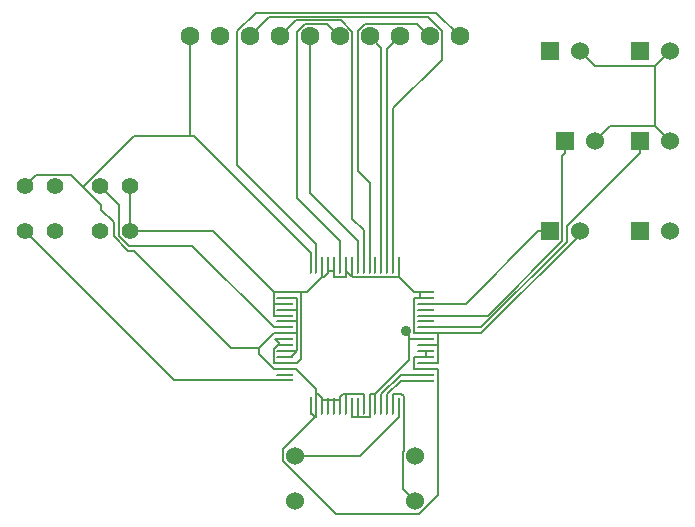
<source format=gtl>
G04 (created by PCBNEW (2013-07-07 BZR 4022)-stable) date Saturday 09 November 2013 12:27:47 PM IST*
%MOIN*%
G04 Gerber Fmt 3.4, Leading zero omitted, Abs format*
%FSLAX34Y34*%
G01*
G70*
G90*
G04 APERTURE LIST*
%ADD10C,0.00590551*%
%ADD11R,0.0098X0.06*%
%ADD12O,0.0098X0.06*%
%ADD13O,0.06X0.0098*%
%ADD14C,0.06*%
%ADD15C,0.0629921*%
%ADD16R,0.06X0.06*%
%ADD17C,0.055*%
%ADD18C,0.035*%
%ADD19C,0.006*%
G04 APERTURE END LIST*
G54D10*
G54D11*
X35024Y-29311D03*
G54D12*
X35221Y-29311D03*
X35418Y-29311D03*
X35615Y-29311D03*
X35812Y-29311D03*
X36008Y-29311D03*
X36205Y-29311D03*
X36402Y-29311D03*
X36599Y-29311D03*
X36796Y-29311D03*
X36993Y-29311D03*
X37189Y-29311D03*
X37386Y-29311D03*
X37583Y-29311D03*
X37780Y-29311D03*
X37977Y-29311D03*
G54D13*
X38875Y-28476D03*
X38875Y-28279D03*
X38875Y-28082D03*
X38875Y-27885D03*
X38875Y-27688D03*
X38875Y-27492D03*
X38875Y-27295D03*
X38875Y-27098D03*
X38875Y-26901D03*
X38875Y-26704D03*
X38875Y-26507D03*
X38875Y-26311D03*
X38875Y-26114D03*
X38875Y-25917D03*
X38875Y-25720D03*
X38875Y-25523D03*
G54D12*
X37977Y-24625D03*
X37780Y-24625D03*
X37583Y-24625D03*
X37386Y-24625D03*
X37189Y-24625D03*
X36993Y-24625D03*
X36796Y-24625D03*
X36599Y-24625D03*
X36402Y-24625D03*
X36205Y-24625D03*
X36008Y-24625D03*
X35812Y-24625D03*
X35615Y-24625D03*
X35418Y-24625D03*
X35221Y-24625D03*
X35024Y-24625D03*
G54D13*
X34189Y-25523D03*
X34189Y-25720D03*
X34189Y-26114D03*
X34182Y-25917D03*
X34189Y-26311D03*
X34189Y-26507D03*
X34189Y-26704D03*
X34189Y-26901D03*
X34189Y-27098D03*
X34189Y-27295D03*
X34189Y-27489D03*
X34189Y-27686D03*
X34189Y-27883D03*
X34189Y-28080D03*
X34189Y-28276D03*
X34189Y-28473D03*
G54D14*
X34500Y-32500D03*
X38500Y-32500D03*
X38500Y-31000D03*
X34500Y-31000D03*
G54D15*
X31000Y-17000D03*
X32000Y-17000D03*
X33000Y-17000D03*
X34000Y-17000D03*
X35000Y-17000D03*
X36000Y-17000D03*
X37000Y-17000D03*
X38000Y-17000D03*
X39000Y-17000D03*
X40000Y-17000D03*
G54D16*
X43000Y-17500D03*
G54D14*
X44000Y-17500D03*
G54D16*
X46000Y-17500D03*
G54D14*
X47000Y-17500D03*
G54D16*
X43500Y-20500D03*
G54D14*
X44500Y-20500D03*
G54D16*
X43000Y-23500D03*
G54D14*
X44000Y-23500D03*
G54D16*
X46000Y-23500D03*
G54D14*
X47000Y-23500D03*
G54D16*
X46000Y-20500D03*
G54D14*
X47000Y-20500D03*
G54D17*
X25500Y-22000D03*
X26500Y-22000D03*
X25500Y-23500D03*
X26500Y-23500D03*
X28000Y-23500D03*
X29000Y-23500D03*
X28000Y-22000D03*
X29000Y-22000D03*
G54D18*
X38218Y-26834D03*
G54D19*
X34189Y-27295D02*
X33993Y-27295D01*
X34189Y-27097D02*
X33828Y-27097D01*
X38875Y-27295D02*
X39265Y-27295D01*
X39265Y-27295D02*
X39265Y-27885D01*
X38875Y-27885D02*
X39265Y-27885D01*
X35417Y-24625D02*
X35417Y-25015D01*
X35615Y-24625D02*
X35615Y-24722D01*
X35812Y-25015D02*
X36205Y-25015D01*
X36205Y-24625D02*
X36205Y-24820D01*
X36205Y-24820D02*
X36205Y-25015D01*
X38484Y-26900D02*
X38484Y-25720D01*
X36402Y-24625D02*
X36402Y-24985D01*
X36370Y-24985D02*
X36402Y-24985D01*
X36205Y-24820D02*
X36370Y-24985D01*
X37977Y-24625D02*
X37977Y-24985D01*
X38792Y-26900D02*
X38484Y-26900D01*
X35812Y-24820D02*
X35615Y-24820D01*
X35615Y-24722D02*
X35615Y-24820D01*
X35475Y-25015D02*
X35417Y-25015D01*
X35615Y-24875D02*
X35475Y-25015D01*
X35615Y-24820D02*
X35615Y-24875D01*
X35812Y-24625D02*
X35812Y-24820D01*
X35812Y-24820D02*
X35812Y-25015D01*
X45000Y-20000D02*
X46500Y-20000D01*
X44500Y-20500D02*
X45000Y-20000D01*
X47000Y-20500D02*
X46500Y-20000D01*
X44500Y-18000D02*
X44000Y-17500D01*
X46500Y-18000D02*
X44500Y-18000D01*
X46500Y-20000D02*
X46500Y-18000D01*
X46500Y-18000D02*
X47000Y-17500D01*
X34189Y-27882D02*
X33798Y-27882D01*
X33798Y-27422D02*
X33960Y-27261D01*
X33798Y-27882D02*
X33798Y-27422D01*
X33960Y-27229D02*
X33960Y-27261D01*
X33828Y-27097D02*
X33960Y-27229D01*
X33960Y-27261D02*
X33993Y-27295D01*
X34189Y-25522D02*
X34579Y-25522D01*
X29000Y-22000D02*
X29000Y-23500D01*
X34189Y-25522D02*
X33798Y-25522D01*
X34189Y-27882D02*
X34579Y-27882D01*
X34706Y-27755D02*
X34579Y-27882D01*
X34706Y-25522D02*
X34706Y-27755D01*
X34910Y-25522D02*
X34706Y-25522D01*
X35417Y-25015D02*
X34910Y-25522D01*
X34706Y-25522D02*
X34579Y-25522D01*
X31765Y-23500D02*
X33791Y-25526D01*
X29000Y-23500D02*
X31765Y-23500D01*
X33795Y-25522D02*
X33791Y-25526D01*
X33798Y-25522D02*
X33795Y-25522D01*
X33791Y-25526D02*
X33791Y-25917D01*
X33798Y-25917D02*
X33798Y-25917D01*
X33798Y-26310D02*
X33798Y-25917D01*
X34182Y-25917D02*
X33798Y-25917D01*
X33798Y-25917D02*
X33791Y-25917D01*
X34189Y-26310D02*
X33798Y-26310D01*
X36432Y-25015D02*
X36402Y-24985D01*
X37977Y-25015D02*
X36432Y-25015D01*
X37977Y-24985D02*
X37977Y-25015D01*
X37977Y-25015D02*
X38484Y-25522D01*
X37977Y-25015D02*
X37977Y-25015D01*
X37977Y-25015D02*
X37977Y-25015D01*
X38679Y-25720D02*
X38679Y-25522D01*
X38875Y-25522D02*
X38679Y-25522D01*
X38679Y-25522D02*
X38484Y-25522D01*
X38875Y-25720D02*
X38679Y-25720D01*
X38679Y-25720D02*
X38484Y-25720D01*
X38792Y-26900D02*
X38875Y-26900D01*
X39265Y-26900D02*
X39265Y-27295D01*
X38875Y-26900D02*
X39265Y-26900D01*
X40711Y-26900D02*
X39265Y-26900D01*
X44000Y-23612D02*
X40711Y-26900D01*
X44000Y-23500D02*
X44000Y-23612D01*
X35589Y-16589D02*
X36000Y-17000D01*
X34837Y-16589D02*
X35589Y-16589D01*
X34584Y-16842D02*
X34837Y-16589D01*
X34584Y-22402D02*
X34584Y-16842D01*
X36007Y-23826D02*
X34584Y-22402D01*
X36007Y-24625D02*
X36007Y-23826D01*
X37582Y-17417D02*
X37582Y-24625D01*
X38000Y-17000D02*
X37582Y-17417D01*
X38027Y-28475D02*
X37582Y-28920D01*
X38875Y-28475D02*
X38027Y-28475D01*
X37582Y-29310D02*
X37582Y-28920D01*
X36678Y-31000D02*
X37977Y-29701D01*
X34500Y-31000D02*
X36678Y-31000D01*
X37977Y-29310D02*
X37977Y-29701D01*
X38042Y-28920D02*
X37780Y-28920D01*
X38124Y-29002D02*
X38042Y-28920D01*
X38124Y-30824D02*
X38124Y-29002D01*
X38096Y-30851D02*
X38124Y-30824D01*
X38096Y-32096D02*
X38096Y-30851D01*
X38500Y-32500D02*
X38096Y-32096D01*
X37780Y-29310D02*
X37780Y-28920D01*
X35220Y-23926D02*
X35220Y-24625D01*
X32588Y-21293D02*
X35220Y-23926D01*
X32588Y-16831D02*
X32588Y-21293D01*
X33197Y-16221D02*
X32588Y-16831D01*
X39221Y-16221D02*
X33197Y-16221D01*
X40000Y-17000D02*
X39221Y-16221D01*
X38589Y-16589D02*
X39000Y-17000D01*
X36828Y-16589D02*
X38589Y-16589D01*
X36593Y-16824D02*
X36828Y-16589D01*
X36593Y-21477D02*
X36593Y-16824D01*
X36992Y-21877D02*
X36593Y-21477D01*
X36992Y-24625D02*
X36992Y-21877D01*
X33650Y-16349D02*
X33000Y-17000D01*
X38941Y-16349D02*
X33650Y-16349D01*
X39405Y-16812D02*
X38941Y-16349D01*
X39405Y-17775D02*
X39405Y-16812D01*
X37780Y-19401D02*
X39405Y-17775D01*
X37780Y-24625D02*
X37780Y-19401D01*
X34530Y-16469D02*
X34000Y-17000D01*
X36046Y-16469D02*
X34530Y-16469D01*
X36421Y-16844D02*
X36046Y-16469D01*
X36421Y-23088D02*
X36421Y-16844D01*
X36795Y-23463D02*
X36421Y-23088D01*
X36795Y-24625D02*
X36795Y-23463D01*
X37385Y-17385D02*
X37385Y-24625D01*
X37000Y-17000D02*
X37385Y-17385D01*
X35000Y-22221D02*
X35000Y-17000D01*
X36599Y-23820D02*
X35000Y-22221D01*
X36599Y-24625D02*
X36599Y-23820D01*
X30472Y-28472D02*
X34189Y-28472D01*
X25500Y-23500D02*
X30472Y-28472D01*
X46000Y-20500D02*
X46000Y-20890D01*
X43560Y-23330D02*
X46000Y-20890D01*
X43560Y-23865D02*
X43560Y-23330D01*
X40721Y-26704D02*
X43560Y-23865D01*
X38875Y-26704D02*
X40721Y-26704D01*
X34189Y-26704D02*
X33798Y-26704D01*
X31077Y-23982D02*
X33798Y-26704D01*
X28963Y-23982D02*
X31077Y-23982D01*
X28626Y-23644D02*
X28963Y-23982D01*
X28626Y-22626D02*
X28626Y-23644D01*
X28000Y-22000D02*
X28626Y-22626D01*
X43000Y-23500D02*
X42609Y-23500D01*
X40192Y-25917D02*
X38875Y-25917D01*
X42609Y-23500D02*
X40192Y-25917D01*
X40944Y-26310D02*
X38875Y-26310D01*
X43415Y-23840D02*
X40944Y-26310D01*
X43415Y-20975D02*
X43415Y-23840D01*
X43500Y-20890D02*
X43415Y-20975D01*
X43500Y-20500D02*
X43500Y-20890D01*
X38027Y-28279D02*
X37385Y-28920D01*
X38875Y-28279D02*
X38027Y-28279D01*
X37385Y-29310D02*
X37385Y-28920D01*
X34189Y-25720D02*
X34579Y-25720D01*
X34189Y-27489D02*
X34549Y-27489D01*
X38875Y-27492D02*
X38875Y-27687D01*
X38875Y-28082D02*
X38484Y-28082D01*
X38875Y-27687D02*
X38484Y-27687D01*
X36795Y-29310D02*
X36795Y-28920D01*
X36205Y-29310D02*
X36205Y-28920D01*
X36007Y-29310D02*
X36007Y-29115D01*
X35812Y-29310D02*
X35812Y-29115D01*
X35615Y-29310D02*
X35615Y-29115D01*
X34286Y-27685D02*
X34384Y-27685D01*
X34286Y-27685D02*
X34189Y-27685D01*
X38484Y-28082D02*
X38484Y-27687D01*
X34579Y-25720D02*
X34579Y-26114D01*
X34189Y-26114D02*
X34579Y-26114D01*
X35417Y-29310D02*
X35417Y-29213D01*
X35220Y-29310D02*
X35220Y-28920D01*
X35417Y-29213D02*
X35417Y-29115D01*
X35278Y-28920D02*
X35220Y-28920D01*
X35417Y-29060D02*
X35278Y-28920D01*
X35417Y-29115D02*
X35417Y-29060D01*
X35220Y-28751D02*
X34549Y-28080D01*
X35220Y-28920D02*
X35220Y-28751D01*
X35615Y-29115D02*
X35417Y-29115D01*
X36105Y-28920D02*
X36205Y-28920D01*
X36007Y-29018D02*
X36105Y-28920D01*
X36007Y-29115D02*
X36007Y-29018D01*
X35615Y-29115D02*
X35812Y-29115D01*
X35812Y-29115D02*
X36007Y-29115D01*
X35024Y-29310D02*
X35024Y-29506D01*
X35220Y-29310D02*
X35220Y-29701D01*
X35024Y-24625D02*
X35024Y-24234D01*
X34271Y-28080D02*
X34549Y-28080D01*
X34271Y-28080D02*
X34189Y-28080D01*
X31000Y-20338D02*
X31000Y-17000D01*
X31128Y-20338D02*
X31000Y-20338D01*
X35024Y-24234D02*
X31128Y-20338D01*
X29144Y-20338D02*
X27455Y-22027D01*
X31000Y-20338D02*
X29144Y-20338D01*
X27038Y-21611D02*
X27455Y-22027D01*
X25888Y-21611D02*
X27038Y-21611D01*
X25500Y-22000D02*
X25888Y-21611D01*
X34189Y-28080D02*
X33798Y-28080D01*
X34579Y-26900D02*
X34579Y-26507D01*
X34189Y-26900D02*
X34579Y-26900D01*
X34549Y-27520D02*
X34549Y-27489D01*
X34384Y-27685D02*
X34549Y-27520D01*
X34579Y-27458D02*
X34579Y-26900D01*
X34549Y-27489D02*
X34579Y-27458D01*
X34189Y-26507D02*
X34549Y-26507D01*
X34549Y-26507D02*
X34579Y-26507D01*
X34579Y-26507D02*
X34579Y-26114D01*
X34189Y-26900D02*
X33798Y-26900D01*
X28043Y-22616D02*
X27455Y-22027D01*
X28043Y-22785D02*
X28043Y-22616D01*
X28463Y-23206D02*
X28043Y-22785D01*
X28463Y-23652D02*
X28463Y-23206D01*
X28956Y-24144D02*
X28463Y-23652D01*
X29126Y-24144D02*
X28956Y-24144D01*
X32362Y-27380D02*
X29126Y-24144D01*
X33319Y-27380D02*
X32362Y-27380D01*
X33319Y-27600D02*
X33319Y-27380D01*
X33798Y-28080D02*
X33319Y-27600D01*
X33319Y-27380D02*
X33798Y-26900D01*
X36205Y-28920D02*
X36795Y-28920D01*
X38875Y-28082D02*
X39265Y-28082D01*
X39265Y-32298D02*
X39265Y-28082D01*
X38653Y-32909D02*
X39265Y-32298D01*
X35857Y-32909D02*
X38653Y-32909D01*
X34091Y-31143D02*
X35857Y-32909D01*
X34091Y-30772D02*
X34091Y-31143D01*
X35163Y-29701D02*
X34091Y-30772D01*
X35024Y-29561D02*
X35163Y-29701D01*
X35024Y-29506D02*
X35024Y-29561D01*
X35163Y-29701D02*
X35220Y-29701D01*
X36599Y-29310D02*
X36599Y-29506D01*
X36402Y-29310D02*
X36402Y-29701D01*
X36599Y-29506D02*
X36599Y-29701D01*
X36992Y-29701D02*
X36599Y-29701D01*
X36599Y-29701D02*
X36402Y-29701D01*
X36992Y-29310D02*
X36992Y-29701D01*
X36992Y-29310D02*
X36992Y-28920D01*
X36992Y-28920D02*
X37189Y-28920D01*
X37189Y-29310D02*
X37189Y-28920D01*
X38318Y-27097D02*
X38875Y-27097D01*
X38318Y-27791D02*
X37189Y-28920D01*
X38318Y-27097D02*
X38318Y-27791D01*
X38318Y-26934D02*
X38318Y-27097D01*
X38218Y-26834D02*
X38318Y-26934D01*
M02*

</source>
